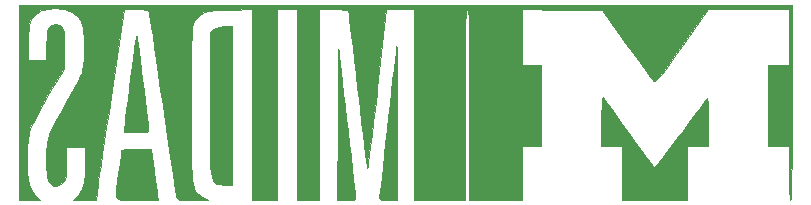
<source format=gbr>
G04 #@! TF.GenerationSoftware,KiCad,Pcbnew,(5.0.0)*
G04 #@! TF.CreationDate,2018-09-23T19:53:48-04:00*
G04 #@! TF.ProjectId,MDAS_Controller_V2,4D4441535F436F6E74726F6C6C65725F,rev?*
G04 #@! TF.SameCoordinates,Original*
G04 #@! TF.FileFunction,Legend,Bot*
G04 #@! TF.FilePolarity,Positive*
%FSLAX46Y46*%
G04 Gerber Fmt 4.6, Leading zero omitted, Abs format (unit mm)*
G04 Created by KiCad (PCBNEW (5.0.0)) date 09/23/18 19:53:48*
%MOMM*%
%LPD*%
G01*
G04 APERTURE LIST*
%ADD10C,0.010000*%
G04 APERTURE END LIST*
D10*
G04 #@! TO.C,G\002A\002A\002A*
G36*
X125380283Y-99940515D02*
X125307505Y-100320799D01*
X125214296Y-100926072D01*
X125099322Y-101764566D01*
X124961246Y-102844509D01*
X124903106Y-103314500D01*
X124783040Y-104301976D01*
X124673507Y-105221266D01*
X124578365Y-106038509D01*
X124501476Y-106719848D01*
X124446700Y-107231423D01*
X124417895Y-107539373D01*
X124414456Y-107600750D01*
X124409200Y-107950000D01*
X125425200Y-107950000D01*
X125897002Y-107936536D01*
X126252293Y-107900757D01*
X126430989Y-107849580D01*
X126441200Y-107833030D01*
X126426187Y-107659035D01*
X126384237Y-107271225D01*
X126319982Y-106707814D01*
X126238056Y-106007017D01*
X126143094Y-105207049D01*
X126039728Y-104346125D01*
X125932591Y-103462460D01*
X125826317Y-102594269D01*
X125725540Y-101779766D01*
X125634893Y-101057166D01*
X125559009Y-100464685D01*
X125502522Y-100040536D01*
X125470064Y-99822936D01*
X125469890Y-99822000D01*
X125433966Y-99776992D01*
X125380283Y-99940515D01*
X125380283Y-99940515D01*
G37*
X125380283Y-99940515D02*
X125307505Y-100320799D01*
X125214296Y-100926072D01*
X125099322Y-101764566D01*
X124961246Y-102844509D01*
X124903106Y-103314500D01*
X124783040Y-104301976D01*
X124673507Y-105221266D01*
X124578365Y-106038509D01*
X124501476Y-106719848D01*
X124446700Y-107231423D01*
X124417895Y-107539373D01*
X124414456Y-107600750D01*
X124409200Y-107950000D01*
X125425200Y-107950000D01*
X125897002Y-107936536D01*
X126252293Y-107900757D01*
X126430989Y-107849580D01*
X126441200Y-107833030D01*
X126426187Y-107659035D01*
X126384237Y-107271225D01*
X126319982Y-106707814D01*
X126238056Y-106007017D01*
X126143094Y-105207049D01*
X126039728Y-104346125D01*
X125932591Y-103462460D01*
X125826317Y-102594269D01*
X125725540Y-101779766D01*
X125634893Y-101057166D01*
X125559009Y-100464685D01*
X125502522Y-100040536D01*
X125470064Y-99822936D01*
X125469890Y-99822000D01*
X125433966Y-99776992D01*
X125380283Y-99940515D01*
G36*
X132381743Y-98996285D02*
X131982828Y-99196217D01*
X131648200Y-99459435D01*
X131648200Y-105595648D01*
X131647516Y-107068716D01*
X131647843Y-108308196D01*
X131652753Y-109334486D01*
X131665817Y-110167986D01*
X131690606Y-110829093D01*
X131730691Y-111338207D01*
X131789644Y-111715726D01*
X131871035Y-111982049D01*
X131978435Y-112157575D01*
X132115417Y-112262703D01*
X132285551Y-112317831D01*
X132492407Y-112343358D01*
X132739558Y-112359683D01*
X132833602Y-112366778D01*
X133553200Y-112426452D01*
X133553200Y-98933000D01*
X132935328Y-98932999D01*
X132381743Y-98996285D01*
X132381743Y-98996285D01*
G37*
X132381743Y-98996285D02*
X131982828Y-99196217D01*
X131648200Y-99459435D01*
X131648200Y-105595648D01*
X131647516Y-107068716D01*
X131647843Y-108308196D01*
X131652753Y-109334486D01*
X131665817Y-110167986D01*
X131690606Y-110829093D01*
X131730691Y-111338207D01*
X131789644Y-111715726D01*
X131871035Y-111982049D01*
X131978435Y-112157575D01*
X132115417Y-112262703D01*
X132285551Y-112317831D01*
X132492407Y-112343358D01*
X132739558Y-112359683D01*
X132833602Y-112366778D01*
X133553200Y-112426452D01*
X133553200Y-98933000D01*
X132935328Y-98932999D01*
X132381743Y-98996285D01*
G36*
X124875349Y-109356345D02*
X124457881Y-109381517D01*
X124205291Y-109418220D01*
X124155200Y-109445910D01*
X124138203Y-109601206D01*
X124091530Y-109959730D01*
X124021667Y-110473296D01*
X123935094Y-111093719D01*
X123903187Y-111319160D01*
X123779670Y-112148446D01*
X123693747Y-112757683D01*
X123667370Y-113180337D01*
X123722490Y-113449876D01*
X123881059Y-113599768D01*
X124165027Y-113663481D01*
X124596346Y-113674482D01*
X125196968Y-113666239D01*
X125441817Y-113665000D01*
X127236434Y-113665000D01*
X127170026Y-113252250D01*
X127129294Y-112974654D01*
X127064627Y-112505833D01*
X126984248Y-111906515D01*
X126896380Y-111237431D01*
X126877682Y-111093250D01*
X126651748Y-109347000D01*
X125403474Y-109347000D01*
X124875349Y-109356345D01*
X124875349Y-109356345D01*
G37*
X124875349Y-109356345D02*
X124457881Y-109381517D01*
X124205291Y-109418220D01*
X124155200Y-109445910D01*
X124138203Y-109601206D01*
X124091530Y-109959730D01*
X124021667Y-110473296D01*
X123935094Y-111093719D01*
X123903187Y-111319160D01*
X123779670Y-112148446D01*
X123693747Y-112757683D01*
X123667370Y-113180337D01*
X123722490Y-113449876D01*
X123881059Y-113599768D01*
X124165027Y-113663481D01*
X124596346Y-113674482D01*
X125196968Y-113666239D01*
X125441817Y-113665000D01*
X127236434Y-113665000D01*
X127170026Y-113252250D01*
X127129294Y-112974654D01*
X127064627Y-112505833D01*
X126984248Y-111906515D01*
X126896380Y-111237431D01*
X126877682Y-111093250D01*
X126651748Y-109347000D01*
X125403474Y-109347000D01*
X124875349Y-109356345D01*
G36*
X142513361Y-100974576D02*
X142504409Y-101279123D01*
X142495615Y-101792609D01*
X142487202Y-102492505D01*
X142479391Y-103356280D01*
X142472406Y-104361405D01*
X142466469Y-105485349D01*
X142461801Y-106705583D01*
X142460496Y-107156250D01*
X142443200Y-113665000D01*
X143205200Y-113665000D01*
X143607150Y-113655416D01*
X143883268Y-113630506D01*
X143967200Y-113601724D01*
X143953251Y-113457424D01*
X143913641Y-113090287D01*
X143851726Y-112529813D01*
X143770863Y-111805502D01*
X143674408Y-110946855D01*
X143565717Y-109983371D01*
X143448147Y-108944550D01*
X143325053Y-107859892D01*
X143199794Y-106758898D01*
X143075724Y-105671068D01*
X142956199Y-104625901D01*
X142844578Y-103652898D01*
X142744215Y-102781559D01*
X142658467Y-102041383D01*
X142590690Y-101461871D01*
X142544241Y-101072524D01*
X142522476Y-100902840D01*
X142522248Y-100901500D01*
X142513361Y-100974576D01*
X142513361Y-100974576D01*
G37*
X142513361Y-100974576D02*
X142504409Y-101279123D01*
X142495615Y-101792609D01*
X142487202Y-102492505D01*
X142479391Y-103356280D01*
X142472406Y-104361405D01*
X142466469Y-105485349D01*
X142461801Y-106705583D01*
X142460496Y-107156250D01*
X142443200Y-113665000D01*
X143205200Y-113665000D01*
X143607150Y-113655416D01*
X143883268Y-113630506D01*
X143967200Y-113601724D01*
X143953251Y-113457424D01*
X143913641Y-113090287D01*
X143851726Y-112529813D01*
X143770863Y-111805502D01*
X143674408Y-110946855D01*
X143565717Y-109983371D01*
X143448147Y-108944550D01*
X143325053Y-107859892D01*
X143199794Y-106758898D01*
X143075724Y-105671068D01*
X142956199Y-104625901D01*
X142844578Y-103652898D01*
X142744215Y-102781559D01*
X142658467Y-102041383D01*
X142590690Y-101461871D01*
X142544241Y-101072524D01*
X142522476Y-100902840D01*
X142522248Y-100901500D01*
X142513361Y-100974576D01*
G36*
X147417413Y-100839773D02*
X147367158Y-101250937D01*
X147296127Y-101851240D01*
X147207677Y-102610932D01*
X147105163Y-103500262D01*
X146991941Y-104489481D01*
X146871367Y-105548838D01*
X146746797Y-106648583D01*
X146621587Y-107758965D01*
X146499093Y-108850235D01*
X146382670Y-109892642D01*
X146275676Y-110856435D01*
X146181465Y-111711864D01*
X146103394Y-112429180D01*
X146044818Y-112978631D01*
X146009094Y-113330467D01*
X145999200Y-113451502D01*
X146042118Y-113572777D01*
X146206935Y-113638242D01*
X146547749Y-113663054D01*
X146761200Y-113665000D01*
X147523200Y-113665000D01*
X147505905Y-107029250D01*
X147501776Y-105767628D01*
X147496300Y-104593951D01*
X147489695Y-103530556D01*
X147482181Y-102599778D01*
X147473975Y-101823954D01*
X147465295Y-101225420D01*
X147456360Y-100826513D01*
X147447389Y-100649569D01*
X147443536Y-100647500D01*
X147417413Y-100839773D01*
X147417413Y-100839773D01*
G37*
X147417413Y-100839773D02*
X147367158Y-101250937D01*
X147296127Y-101851240D01*
X147207677Y-102610932D01*
X147105163Y-103500262D01*
X146991941Y-104489481D01*
X146871367Y-105548838D01*
X146746797Y-106648583D01*
X146621587Y-107758965D01*
X146499093Y-108850235D01*
X146382670Y-109892642D01*
X146275676Y-110856435D01*
X146181465Y-111711864D01*
X146103394Y-112429180D01*
X146044818Y-112978631D01*
X146009094Y-113330467D01*
X145999200Y-113451502D01*
X146042118Y-113572777D01*
X146206935Y-113638242D01*
X146547749Y-113663054D01*
X146761200Y-113665000D01*
X147523200Y-113665000D01*
X147505905Y-107029250D01*
X147501776Y-105767628D01*
X147496300Y-104593951D01*
X147489695Y-103530556D01*
X147482181Y-102599778D01*
X147473975Y-101823954D01*
X147465295Y-101225420D01*
X147456360Y-100826513D01*
X147447389Y-100649569D01*
X147443536Y-100647500D01*
X147417413Y-100839773D01*
G36*
X164865552Y-105050762D02*
X164835836Y-105345156D01*
X164812911Y-105816526D01*
X164798796Y-106426370D01*
X164795200Y-106972100D01*
X164795200Y-109093000D01*
X166573200Y-109093000D01*
X166573200Y-113665000D01*
X172034200Y-113665000D01*
X172034200Y-109093000D01*
X173812200Y-109093000D01*
X173812200Y-107061000D01*
X173809131Y-106374904D01*
X173800649Y-105787758D01*
X173787841Y-105342068D01*
X173771797Y-105080339D01*
X173760191Y-105029000D01*
X173675048Y-105127507D01*
X173459687Y-105406038D01*
X173133159Y-105839108D01*
X172714516Y-106401233D01*
X172222811Y-107066925D01*
X171677096Y-107810701D01*
X171521879Y-108023087D01*
X170964508Y-108778888D01*
X170453434Y-109457565D01*
X170007931Y-110034664D01*
X169647270Y-110485730D01*
X169390724Y-110786307D01*
X169257566Y-110911939D01*
X169244931Y-110912337D01*
X169149212Y-110785723D01*
X168924447Y-110480866D01*
X168590671Y-110025172D01*
X168167914Y-109446048D01*
X167676212Y-108770901D01*
X167135595Y-108027137D01*
X167079584Y-107950000D01*
X166534330Y-107199844D01*
X166035163Y-106514668D01*
X165602285Y-105922080D01*
X165255904Y-105449688D01*
X165016223Y-105125101D01*
X164903448Y-104975926D01*
X164900042Y-104971850D01*
X164865552Y-105050762D01*
X164865552Y-105050762D01*
G37*
X164865552Y-105050762D02*
X164835836Y-105345156D01*
X164812911Y-105816526D01*
X164798796Y-106426370D01*
X164795200Y-106972100D01*
X164795200Y-109093000D01*
X166573200Y-109093000D01*
X166573200Y-113665000D01*
X172034200Y-113665000D01*
X172034200Y-109093000D01*
X173812200Y-109093000D01*
X173812200Y-107061000D01*
X173809131Y-106374904D01*
X173800649Y-105787758D01*
X173787841Y-105342068D01*
X173771797Y-105080339D01*
X173760191Y-105029000D01*
X173675048Y-105127507D01*
X173459687Y-105406038D01*
X173133159Y-105839108D01*
X172714516Y-106401233D01*
X172222811Y-107066925D01*
X171677096Y-107810701D01*
X171521879Y-108023087D01*
X170964508Y-108778888D01*
X170453434Y-109457565D01*
X170007931Y-110034664D01*
X169647270Y-110485730D01*
X169390724Y-110786307D01*
X169257566Y-110911939D01*
X169244931Y-110912337D01*
X169149212Y-110785723D01*
X168924447Y-110480866D01*
X168590671Y-110025172D01*
X168167914Y-109446048D01*
X167676212Y-108770901D01*
X167135595Y-108027137D01*
X167079584Y-107950000D01*
X166534330Y-107199844D01*
X166035163Y-106514668D01*
X165602285Y-105922080D01*
X165255904Y-105449688D01*
X165016223Y-105125101D01*
X164903448Y-104975926D01*
X164900042Y-104971850D01*
X164865552Y-105050762D01*
G36*
X115519200Y-113665000D02*
X117271801Y-113665000D01*
X116853091Y-113246290D01*
X116556106Y-112866721D01*
X116332532Y-112437504D01*
X116294999Y-112325540D01*
X116227155Y-111923848D01*
X116182478Y-111337104D01*
X116160586Y-110633164D01*
X116161095Y-109879883D01*
X116183624Y-109145116D01*
X116227791Y-108496718D01*
X116293212Y-108002543D01*
X116320041Y-107882426D01*
X116434745Y-107582966D01*
X116659501Y-107110208D01*
X116971700Y-106507463D01*
X117348737Y-105818038D01*
X117768004Y-105085244D01*
X117875791Y-104902000D01*
X119265700Y-102552500D01*
X119307749Y-100922879D01*
X119316325Y-100135223D01*
X119287170Y-99566508D01*
X119208278Y-99182982D01*
X119067641Y-98950890D01*
X118853254Y-98836480D01*
X118554718Y-98806000D01*
X118249002Y-98858168D01*
X118034316Y-99035758D01*
X117897539Y-99370394D01*
X117825547Y-99893701D01*
X117805201Y-100612258D01*
X117805200Y-101854000D01*
X116281200Y-101854000D01*
X116281201Y-100285281D01*
X116285272Y-99613705D01*
X116302790Y-99141301D01*
X116341708Y-98813299D01*
X116409980Y-98574929D01*
X116515561Y-98371423D01*
X116571691Y-98285031D01*
X116928127Y-97882980D01*
X117386336Y-97622157D01*
X118000850Y-97477851D01*
X118440200Y-97438359D01*
X119267949Y-97482986D01*
X119932266Y-97719382D01*
X120440165Y-98150999D01*
X120694450Y-98547159D01*
X120814201Y-98811060D01*
X120894943Y-99078999D01*
X120943870Y-99408063D01*
X120968180Y-99855335D01*
X120975070Y-100477904D01*
X120974626Y-100769659D01*
X120955806Y-101628622D01*
X120907449Y-102312246D01*
X120832262Y-102787735D01*
X120798540Y-102903354D01*
X120682485Y-103163265D01*
X120462168Y-103598969D01*
X120160873Y-104166608D01*
X119801884Y-104822320D01*
X119408486Y-105522246D01*
X119404665Y-105528955D01*
X119010432Y-106227183D01*
X118648730Y-106879186D01*
X118343085Y-107441661D01*
X118117023Y-107871304D01*
X117994072Y-108124815D01*
X117993252Y-108126771D01*
X117900139Y-108464144D01*
X117840045Y-108968684D01*
X117810016Y-109673181D01*
X117805201Y-110214793D01*
X117809125Y-110902735D01*
X117825344Y-111386714D01*
X117860525Y-111716706D01*
X117921339Y-111942686D01*
X118014453Y-112114630D01*
X118068418Y-112187372D01*
X118390214Y-112462429D01*
X118730046Y-112485581D01*
X119096022Y-112256999D01*
X119144473Y-112210272D01*
X119284294Y-112053184D01*
X119374664Y-111880359D01*
X119426286Y-111635115D01*
X119449862Y-111260771D01*
X119456094Y-110700646D01*
X119456200Y-110559272D01*
X119456200Y-109220000D01*
X121107200Y-109220000D01*
X121107200Y-110497261D01*
X121079829Y-111428512D01*
X120991554Y-112150098D01*
X120833132Y-112701048D01*
X120595322Y-113120389D01*
X120445568Y-113291093D01*
X120071662Y-113665000D01*
X121964115Y-113665000D01*
X122154666Y-112426750D01*
X122209759Y-112062309D01*
X122297263Y-111475211D01*
X122412953Y-110694143D01*
X122552603Y-109747792D01*
X122711989Y-108664844D01*
X122886885Y-107473988D01*
X123073066Y-106203909D01*
X123266306Y-104883294D01*
X123342453Y-104362250D01*
X124339689Y-97536000D01*
X125388025Y-97536000D01*
X125904755Y-97540770D01*
X126221647Y-97564349D01*
X126392817Y-97620635D01*
X126472379Y-97723527D01*
X126500551Y-97821750D01*
X126529967Y-97996413D01*
X126592242Y-98399557D01*
X126683989Y-99008265D01*
X126801821Y-99799616D01*
X126942350Y-100750692D01*
X127102190Y-101838575D01*
X127277953Y-103040344D01*
X127466252Y-104333082D01*
X127650177Y-105600500D01*
X127847073Y-106957415D01*
X128034516Y-108244737D01*
X128209126Y-109439548D01*
X128367522Y-110518928D01*
X128506325Y-111459960D01*
X128622156Y-112239725D01*
X128711633Y-112835305D01*
X128771378Y-113223780D01*
X128797326Y-113379250D01*
X128838508Y-113507952D01*
X128927106Y-113590634D01*
X129111152Y-113637278D01*
X129438678Y-113657864D01*
X129957715Y-113662373D01*
X130158370Y-113662082D01*
X131457700Y-113659165D01*
X130985052Y-113385178D01*
X130789011Y-113271040D01*
X130622839Y-113160326D01*
X130484071Y-113032255D01*
X130370237Y-112866045D01*
X130278871Y-112640916D01*
X130207505Y-112336087D01*
X130153672Y-111930776D01*
X130114903Y-111404202D01*
X130088732Y-110735585D01*
X130072691Y-109904144D01*
X130064313Y-108889096D01*
X130061129Y-107669662D01*
X130060672Y-106225060D01*
X130060700Y-105600500D01*
X130060986Y-104135328D01*
X130062374Y-102902428D01*
X130065661Y-101880073D01*
X130071645Y-101046534D01*
X130081124Y-100380085D01*
X130094895Y-99858996D01*
X130113754Y-99461540D01*
X130138500Y-99165990D01*
X130169930Y-98950618D01*
X130208841Y-98793696D01*
X130256030Y-98673496D01*
X130312295Y-98568291D01*
X130319194Y-98556493D01*
X130547937Y-98219790D01*
X130809726Y-97969973D01*
X131145958Y-97793291D01*
X131598033Y-97675992D01*
X132207351Y-97604326D01*
X133015310Y-97564540D01*
X133330950Y-97556101D01*
X135204200Y-97512703D01*
X135204200Y-113665000D01*
X137363200Y-113665000D01*
X137363200Y-97536000D01*
X139014200Y-97536000D01*
X139014200Y-113665000D01*
X140919200Y-113665000D01*
X140919200Y-97536000D01*
X142123281Y-97536000D01*
X142683688Y-97539493D01*
X143040120Y-97557505D01*
X143242581Y-97601338D01*
X143341074Y-97682290D01*
X143385604Y-97811661D01*
X143387766Y-97821750D01*
X143413375Y-98000610D01*
X143464249Y-98406968D01*
X143537476Y-99015888D01*
X143630146Y-99802437D01*
X143739346Y-100741679D01*
X143862167Y-101808680D01*
X143995697Y-102978505D01*
X144137025Y-104226219D01*
X144180636Y-104613125D01*
X144323054Y-105861993D01*
X144459332Y-107026239D01*
X144586554Y-108083063D01*
X144701806Y-109009664D01*
X144802174Y-109783241D01*
X144884744Y-110380995D01*
X144946601Y-110780125D01*
X144984831Y-110957831D01*
X144992292Y-110963125D01*
X145021326Y-110810342D01*
X145075374Y-110429143D01*
X145151507Y-109843572D01*
X145246795Y-109077671D01*
X145358308Y-108155483D01*
X145483119Y-107101050D01*
X145618296Y-105938416D01*
X145760912Y-104691623D01*
X145819721Y-104171750D01*
X146567959Y-97536000D01*
X148920200Y-97536000D01*
X148920200Y-113665000D01*
X153238200Y-113665000D01*
X153238200Y-105600500D01*
X153238752Y-103954625D01*
X153240688Y-102544994D01*
X153244427Y-101353852D01*
X153250387Y-100363443D01*
X153258990Y-99556013D01*
X153270654Y-98913807D01*
X153285798Y-98419070D01*
X153304843Y-98054047D01*
X153328207Y-97800984D01*
X153356309Y-97642125D01*
X153389570Y-97559715D01*
X153428409Y-97536000D01*
X153428700Y-97536000D01*
X153467579Y-97559367D01*
X153500878Y-97641304D01*
X153529015Y-97799568D01*
X153552410Y-98051912D01*
X153571484Y-98416091D01*
X153586654Y-98909860D01*
X153598341Y-99550975D01*
X153606963Y-100357189D01*
X153612941Y-101346258D01*
X153616694Y-102535936D01*
X153618640Y-103943979D01*
X153619200Y-105588142D01*
X153619200Y-113665000D01*
X158064200Y-113665000D01*
X158064200Y-109093000D01*
X159715200Y-109093000D01*
X159715200Y-102235000D01*
X158064200Y-102235000D01*
X158064200Y-97531851D01*
X161449702Y-97565675D01*
X164835203Y-97599500D01*
X166913459Y-100457000D01*
X167463812Y-101214313D01*
X167971325Y-101913825D01*
X168414962Y-102526451D01*
X168773687Y-103023105D01*
X169026463Y-103374700D01*
X169152254Y-103552151D01*
X169155841Y-103557420D01*
X169213006Y-103611525D01*
X169292028Y-103607869D01*
X169409275Y-103527017D01*
X169581113Y-103349534D01*
X169823908Y-103055985D01*
X170154028Y-102626934D01*
X170587838Y-102042946D01*
X171141705Y-101284586D01*
X171588898Y-100668170D01*
X173857827Y-97535999D01*
X177264014Y-97535999D01*
X180670200Y-97536000D01*
X180670200Y-102235000D01*
X178892200Y-102235000D01*
X178892200Y-109093000D01*
X180670200Y-109093000D01*
X180670200Y-111379000D01*
X180677093Y-112252500D01*
X180697141Y-112931314D01*
X180729398Y-113398424D01*
X180772918Y-113636810D01*
X180797200Y-113665000D01*
X180825967Y-113538475D01*
X180851133Y-113160754D01*
X180872656Y-112534615D01*
X180890494Y-111662836D01*
X180904603Y-110548196D01*
X180914941Y-109193474D01*
X180921466Y-107601447D01*
X180924133Y-105774895D01*
X180924200Y-105410000D01*
X180924200Y-97155000D01*
X115519200Y-97155000D01*
X115519200Y-113665000D01*
X115519200Y-113665000D01*
G37*
X115519200Y-113665000D02*
X117271801Y-113665000D01*
X116853091Y-113246290D01*
X116556106Y-112866721D01*
X116332532Y-112437504D01*
X116294999Y-112325540D01*
X116227155Y-111923848D01*
X116182478Y-111337104D01*
X116160586Y-110633164D01*
X116161095Y-109879883D01*
X116183624Y-109145116D01*
X116227791Y-108496718D01*
X116293212Y-108002543D01*
X116320041Y-107882426D01*
X116434745Y-107582966D01*
X116659501Y-107110208D01*
X116971700Y-106507463D01*
X117348737Y-105818038D01*
X117768004Y-105085244D01*
X117875791Y-104902000D01*
X119265700Y-102552500D01*
X119307749Y-100922879D01*
X119316325Y-100135223D01*
X119287170Y-99566508D01*
X119208278Y-99182982D01*
X119067641Y-98950890D01*
X118853254Y-98836480D01*
X118554718Y-98806000D01*
X118249002Y-98858168D01*
X118034316Y-99035758D01*
X117897539Y-99370394D01*
X117825547Y-99893701D01*
X117805201Y-100612258D01*
X117805200Y-101854000D01*
X116281200Y-101854000D01*
X116281201Y-100285281D01*
X116285272Y-99613705D01*
X116302790Y-99141301D01*
X116341708Y-98813299D01*
X116409980Y-98574929D01*
X116515561Y-98371423D01*
X116571691Y-98285031D01*
X116928127Y-97882980D01*
X117386336Y-97622157D01*
X118000850Y-97477851D01*
X118440200Y-97438359D01*
X119267949Y-97482986D01*
X119932266Y-97719382D01*
X120440165Y-98150999D01*
X120694450Y-98547159D01*
X120814201Y-98811060D01*
X120894943Y-99078999D01*
X120943870Y-99408063D01*
X120968180Y-99855335D01*
X120975070Y-100477904D01*
X120974626Y-100769659D01*
X120955806Y-101628622D01*
X120907449Y-102312246D01*
X120832262Y-102787735D01*
X120798540Y-102903354D01*
X120682485Y-103163265D01*
X120462168Y-103598969D01*
X120160873Y-104166608D01*
X119801884Y-104822320D01*
X119408486Y-105522246D01*
X119404665Y-105528955D01*
X119010432Y-106227183D01*
X118648730Y-106879186D01*
X118343085Y-107441661D01*
X118117023Y-107871304D01*
X117994072Y-108124815D01*
X117993252Y-108126771D01*
X117900139Y-108464144D01*
X117840045Y-108968684D01*
X117810016Y-109673181D01*
X117805201Y-110214793D01*
X117809125Y-110902735D01*
X117825344Y-111386714D01*
X117860525Y-111716706D01*
X117921339Y-111942686D01*
X118014453Y-112114630D01*
X118068418Y-112187372D01*
X118390214Y-112462429D01*
X118730046Y-112485581D01*
X119096022Y-112256999D01*
X119144473Y-112210272D01*
X119284294Y-112053184D01*
X119374664Y-111880359D01*
X119426286Y-111635115D01*
X119449862Y-111260771D01*
X119456094Y-110700646D01*
X119456200Y-110559272D01*
X119456200Y-109220000D01*
X121107200Y-109220000D01*
X121107200Y-110497261D01*
X121079829Y-111428512D01*
X120991554Y-112150098D01*
X120833132Y-112701048D01*
X120595322Y-113120389D01*
X120445568Y-113291093D01*
X120071662Y-113665000D01*
X121964115Y-113665000D01*
X122154666Y-112426750D01*
X122209759Y-112062309D01*
X122297263Y-111475211D01*
X122412953Y-110694143D01*
X122552603Y-109747792D01*
X122711989Y-108664844D01*
X122886885Y-107473988D01*
X123073066Y-106203909D01*
X123266306Y-104883294D01*
X123342453Y-104362250D01*
X124339689Y-97536000D01*
X125388025Y-97536000D01*
X125904755Y-97540770D01*
X126221647Y-97564349D01*
X126392817Y-97620635D01*
X126472379Y-97723527D01*
X126500551Y-97821750D01*
X126529967Y-97996413D01*
X126592242Y-98399557D01*
X126683989Y-99008265D01*
X126801821Y-99799616D01*
X126942350Y-100750692D01*
X127102190Y-101838575D01*
X127277953Y-103040344D01*
X127466252Y-104333082D01*
X127650177Y-105600500D01*
X127847073Y-106957415D01*
X128034516Y-108244737D01*
X128209126Y-109439548D01*
X128367522Y-110518928D01*
X128506325Y-111459960D01*
X128622156Y-112239725D01*
X128711633Y-112835305D01*
X128771378Y-113223780D01*
X128797326Y-113379250D01*
X128838508Y-113507952D01*
X128927106Y-113590634D01*
X129111152Y-113637278D01*
X129438678Y-113657864D01*
X129957715Y-113662373D01*
X130158370Y-113662082D01*
X131457700Y-113659165D01*
X130985052Y-113385178D01*
X130789011Y-113271040D01*
X130622839Y-113160326D01*
X130484071Y-113032255D01*
X130370237Y-112866045D01*
X130278871Y-112640916D01*
X130207505Y-112336087D01*
X130153672Y-111930776D01*
X130114903Y-111404202D01*
X130088732Y-110735585D01*
X130072691Y-109904144D01*
X130064313Y-108889096D01*
X130061129Y-107669662D01*
X130060672Y-106225060D01*
X130060700Y-105600500D01*
X130060986Y-104135328D01*
X130062374Y-102902428D01*
X130065661Y-101880073D01*
X130071645Y-101046534D01*
X130081124Y-100380085D01*
X130094895Y-99858996D01*
X130113754Y-99461540D01*
X130138500Y-99165990D01*
X130169930Y-98950618D01*
X130208841Y-98793696D01*
X130256030Y-98673496D01*
X130312295Y-98568291D01*
X130319194Y-98556493D01*
X130547937Y-98219790D01*
X130809726Y-97969973D01*
X131145958Y-97793291D01*
X131598033Y-97675992D01*
X132207351Y-97604326D01*
X133015310Y-97564540D01*
X133330950Y-97556101D01*
X135204200Y-97512703D01*
X135204200Y-113665000D01*
X137363200Y-113665000D01*
X137363200Y-97536000D01*
X139014200Y-97536000D01*
X139014200Y-113665000D01*
X140919200Y-113665000D01*
X140919200Y-97536000D01*
X142123281Y-97536000D01*
X142683688Y-97539493D01*
X143040120Y-97557505D01*
X143242581Y-97601338D01*
X143341074Y-97682290D01*
X143385604Y-97811661D01*
X143387766Y-97821750D01*
X143413375Y-98000610D01*
X143464249Y-98406968D01*
X143537476Y-99015888D01*
X143630146Y-99802437D01*
X143739346Y-100741679D01*
X143862167Y-101808680D01*
X143995697Y-102978505D01*
X144137025Y-104226219D01*
X144180636Y-104613125D01*
X144323054Y-105861993D01*
X144459332Y-107026239D01*
X144586554Y-108083063D01*
X144701806Y-109009664D01*
X144802174Y-109783241D01*
X144884744Y-110380995D01*
X144946601Y-110780125D01*
X144984831Y-110957831D01*
X144992292Y-110963125D01*
X145021326Y-110810342D01*
X145075374Y-110429143D01*
X145151507Y-109843572D01*
X145246795Y-109077671D01*
X145358308Y-108155483D01*
X145483119Y-107101050D01*
X145618296Y-105938416D01*
X145760912Y-104691623D01*
X145819721Y-104171750D01*
X146567959Y-97536000D01*
X148920200Y-97536000D01*
X148920200Y-113665000D01*
X153238200Y-113665000D01*
X153238200Y-105600500D01*
X153238752Y-103954625D01*
X153240688Y-102544994D01*
X153244427Y-101353852D01*
X153250387Y-100363443D01*
X153258990Y-99556013D01*
X153270654Y-98913807D01*
X153285798Y-98419070D01*
X153304843Y-98054047D01*
X153328207Y-97800984D01*
X153356309Y-97642125D01*
X153389570Y-97559715D01*
X153428409Y-97536000D01*
X153428700Y-97536000D01*
X153467579Y-97559367D01*
X153500878Y-97641304D01*
X153529015Y-97799568D01*
X153552410Y-98051912D01*
X153571484Y-98416091D01*
X153586654Y-98909860D01*
X153598341Y-99550975D01*
X153606963Y-100357189D01*
X153612941Y-101346258D01*
X153616694Y-102535936D01*
X153618640Y-103943979D01*
X153619200Y-105588142D01*
X153619200Y-113665000D01*
X158064200Y-113665000D01*
X158064200Y-109093000D01*
X159715200Y-109093000D01*
X159715200Y-102235000D01*
X158064200Y-102235000D01*
X158064200Y-97531851D01*
X161449702Y-97565675D01*
X164835203Y-97599500D01*
X166913459Y-100457000D01*
X167463812Y-101214313D01*
X167971325Y-101913825D01*
X168414962Y-102526451D01*
X168773687Y-103023105D01*
X169026463Y-103374700D01*
X169152254Y-103552151D01*
X169155841Y-103557420D01*
X169213006Y-103611525D01*
X169292028Y-103607869D01*
X169409275Y-103527017D01*
X169581113Y-103349534D01*
X169823908Y-103055985D01*
X170154028Y-102626934D01*
X170587838Y-102042946D01*
X171141705Y-101284586D01*
X171588898Y-100668170D01*
X173857827Y-97535999D01*
X177264014Y-97535999D01*
X180670200Y-97536000D01*
X180670200Y-102235000D01*
X178892200Y-102235000D01*
X178892200Y-109093000D01*
X180670200Y-109093000D01*
X180670200Y-111379000D01*
X180677093Y-112252500D01*
X180697141Y-112931314D01*
X180729398Y-113398424D01*
X180772918Y-113636810D01*
X180797200Y-113665000D01*
X180825967Y-113538475D01*
X180851133Y-113160754D01*
X180872656Y-112534615D01*
X180890494Y-111662836D01*
X180904603Y-110548196D01*
X180914941Y-109193474D01*
X180921466Y-107601447D01*
X180924133Y-105774895D01*
X180924200Y-105410000D01*
X180924200Y-97155000D01*
X115519200Y-97155000D01*
X115519200Y-113665000D01*
G04 #@! TD*
M02*

</source>
